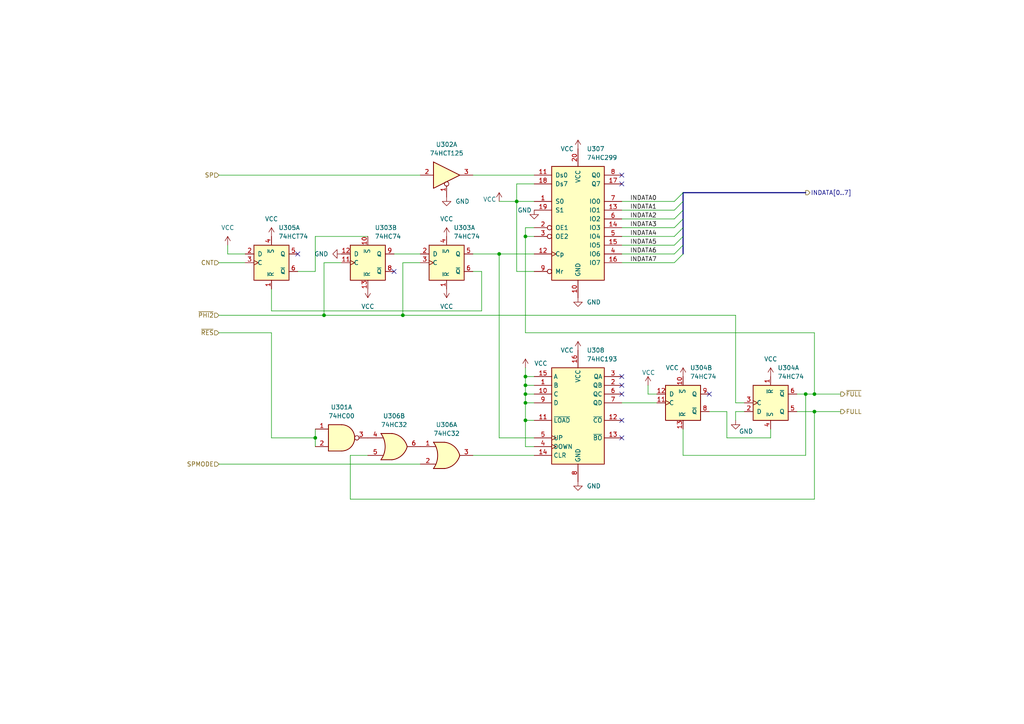
<source format=kicad_sch>
(kicad_sch (version 20211123) (generator eeschema)
  (paper "A4")
  (title_block (title "74HCT6526 Board 3") (date "2023-03-25") (rev "0.2.1") (company "Daniel Molina") (comment 1 "https://github.com/dmolinagarcia/74HCT6526"))
  (lib_symbols
    (symbol "74xx:74HC00" (pin_names (offset 1.016))
      (property "Reference" "U" (at 0 1.27 0))
      (property "Value" "74HC00" (at 0 -1.27 0))
      (symbol "74HC00_1_1"
        (arc (start 0 -3.81) (mid 3.81 0) (end 0 3.81) (stroke (width 0.254)) (fill (type background)))
        (polyline (pts (xy 0 3.81) (xy -3.81 3.81) (xy -3.81 -3.81) (xy 0 -3.81)) (stroke (width 0.254)) (fill (type background)))
        (pin input line (at -7.62 2.54 0) (length 3.81) (name "~") (number "1"))
        (pin input line (at -7.62 -2.54 0) (length 3.81) (name "~") (number "2"))
        (pin output inverted (at 7.62 0 180) (length 3.81) (name "~") (number "3"))
      )
      (symbol "74HC00_1_2"
        (arc (start -3.81 -3.81) (mid -2.589 0) (end -3.81 3.81) (stroke (width 0.254)))
        (arc (start -0.6096 -3.81) (mid 2.1842 -2.5851) (end 3.81 0) (stroke (width 0.254)) (fill (type background)))
        (polyline (pts (xy -3.81 -3.81) (xy -0.635 -3.81)) (stroke (width 0.254)) (fill (type background)))
        (polyline (pts (xy -3.81 3.81) (xy -0.635 3.81)) (stroke (width 0.254)) (fill (type background)))
        (polyline (pts (xy -0.635 3.81) (xy -3.81 3.81) (xy -3.81 3.81) (xy -3.556 3.4036) (xy -3.0226 2.2606) (xy -2.6924 1.0414) (xy -2.6162 -0.254) (xy -2.7686 -1.4986) (xy -3.175 -2.7178) (xy -3.81 -3.81) (xy -3.81 -3.81) (xy -0.635 -3.81)) (stroke (width -25.4)) (fill (type background)))
        (arc (start 3.81 0) (mid 2.1915 2.5936) (end -0.6096 3.81) (stroke (width 0.254)) (fill (type background)))
        (pin input inverted (at -7.62 2.54 0) (length 4.318) (name "~") (number "1"))
        (pin input inverted (at -7.62 -2.54 0) (length 4.318) (name "~") (number "2"))
        (pin output line (at 7.62 0 180) (length 3.81) (name "~") (number "3"))
      )
      (symbol "74HC00_2_1"
        (arc (start 0 -3.81) (mid 3.81 0) (end 0 3.81) (stroke (width 0.254)) (fill (type background)))
        (polyline (pts (xy 0 3.81) (xy -3.81 3.81) (xy -3.81 -3.81) (xy 0 -3.81)) (stroke (width 0.254)) (fill (type background)))
        (pin input line (at -7.62 2.54 0) (length 3.81) (name "~") (number "4"))
        (pin input line (at -7.62 -2.54 0) (length 3.81) (name "~") (number "5"))
        (pin output inverted (at 7.62 0 180) (length 3.81) (name "~") (number "6"))
      )
      (symbol "74HC00_2_2"
        (arc (start -3.81 -3.81) (mid -2.589 0) (end -3.81 3.81) (stroke (width 0.254)))
        (arc (start -0.6096 -3.81) (mid 2.1842 -2.5851) (end 3.81 0) (stroke (width 0.254)) (fill (type background)))
        (polyline (pts (xy -3.81 -3.81) (xy -0.635 -3.81)) (stroke (width 0.254)) (fill (type background)))
        (polyline (pts (xy -3.81 3.81) (xy -0.635 3.81)) (stroke (width 0.254)) (fill (type background)))
        (polyline (pts (xy -0.635 3.81) (xy -3.81 3.81) (xy -3.81 3.81) (xy -3.556 3.4036) (xy -3.0226 2.2606) (xy -2.6924 1.0414) (xy -2.6162 -0.254) (xy -2.7686 -1.4986) (xy -3.175 -2.7178) (xy -3.81 -3.81) (xy -3.81 -3.81) (xy -0.635 -3.81)) (stroke (width -25.4)) (fill (type background)))
        (arc (start 3.81 0) (mid 2.1915 2.5936) (end -0.6096 3.81) (stroke (width 0.254)) (fill (type background)))
        (pin input inverted (at -7.62 2.54 0) (length 4.318) (name "~") (number "4"))
        (pin input inverted (at -7.62 -2.54 0) (length 4.318) (name "~") (number "5"))
        (pin output line (at 7.62 0 180) (length 3.81) (name "~") (number "6"))
      )
      (symbol "74HC00_3_1"
        (arc (start 0 -3.81) (mid 3.81 0) (end 0 3.81) (stroke (width 0.254)) (fill (type background)))
        (polyline (pts (xy 0 3.81) (xy -3.81 3.81) (xy -3.81 -3.81) (xy 0 -3.81)) (stroke (width 0.254)) (fill (type background)))
        (pin input line (at -7.62 -2.54 0) (length 3.81) (name "~") (number "10"))
        (pin output inverted (at 7.62 0 180) (length 3.81) (name "~") (number "8"))
        (pin input line (at -7.62 2.54 0) (length 3.81) (name "~") (number "9"))
      )
      (symbol "74HC00_3_2"
        (arc (start -3.81 -3.81) (mid -2.589 0) (end -3.81 3.81) (stroke (width 0.254)))
        (arc (start -0.6096 -3.81) (mid 2.1842 -2.5851) (end 3.81 0) (stroke (width 0.254)) (fill (type background)))
        (polyline (pts (xy -3.81 -3.81) (xy -0.635 -3.81)) (stroke (width 0.254)) (fill (type background)))
        (polyline (pts (xy -3.81 3.81) (xy -0.635 3.81)) (stroke (width 0.254)) (fill (type background)))
        (polyline (pts (xy -0.635 3.81) (xy -3.81 3.81) (xy -3.81 3.81) (xy -3.556 3.4036) (xy -3.0226 2.2606) (xy -2.6924 1.0414) (xy -2.6162 -0.254) (xy -2.7686 -1.4986) (xy -3.175 -2.7178) (xy -3.81 -3.81) (xy -3.81 -3.81) (xy -0.635 -3.81)) (stroke (width -25.4)) (fill (type background)))
        (arc (start 3.81 0) (mid 2.1915 2.5936) (end -0.6096 3.81) (stroke (width 0.254)) (fill (type background)))
        (pin input inverted (at -7.62 -2.54 0) (length 4.318) (name "~") (number "10"))
        (pin output line (at 7.62 0 180) (length 3.81) (name "~") (number "8"))
        (pin input inverted (at -7.62 2.54 0) (length 4.318) (name "~") (number "9"))
      )
      (symbol "74HC00_4_1"
        (arc (start 0 -3.81) (mid 3.81 0) (end 0 3.81) (stroke (width 0.254)) (fill (type background)))
        (polyline (pts (xy 0 3.81) (xy -3.81 3.81) (xy -3.81 -3.81) (xy 0 -3.81)) (stroke (width 0.254)) (fill (type background)))
        (pin output inverted (at 7.62 0 180) (length 3.81) (name "~") (number "11"))
        (pin input line (at -7.62 2.54 0) (length 3.81) (name "~") (number "12"))
        (pin input line (at -7.62 -2.54 0) (length 3.81) (name "~") (number "13"))
      )
      (symbol "74HC00_4_2"
        (arc (start -3.81 -3.81) (mid -2.589 0) (end -3.81 3.81) (stroke (width 0.254)))
        (arc (start -0.6096 -3.81) (mid 2.1842 -2.5851) (end 3.81 0) (stroke (width 0.254)) (fill (type background)))
        (polyline (pts (xy -3.81 -3.81) (xy -0.635 -3.81)) (stroke (width 0.254)) (fill (type background)))
        (polyline (pts (xy -3.81 3.81) (xy -0.635 3.81)) (stroke (width 0.254)) (fill (type background)))
        (polyline (pts (xy -0.635 3.81) (xy -3.81 3.81) (xy -3.81 3.81) (xy -3.556 3.4036) (xy -3.0226 2.2606) (xy -2.6924 1.0414) (xy -2.6162 -0.254) (xy -2.7686 -1.4986) (xy -3.175 -2.7178) (xy -3.81 -3.81) (xy -3.81 -3.81) (xy -0.635 -3.81)) (stroke (width -25.4)) (fill (type background)))
        (arc (start 3.81 0) (mid 2.1915 2.5936) (end -0.6096 3.81) (stroke (width 0.254)) (fill (type background)))
        (pin output line (at 7.62 0 180) (length 3.81) (name "~") (number "11"))
        (pin input inverted (at -7.62 2.54 0) (length 4.318) (name "~") (number "12"))
        (pin input inverted (at -7.62 -2.54 0) (length 4.318) (name "~") (number "13"))
      )
      (symbol "74HC00_5_0"
        (pin power_in line (at 0 12.7 270) (length 5.08) (name "VCC") (number "14"))
        (pin power_in line (at 0 -12.7 90) (length 5.08) (name "GND") (number "7"))
      )
      (symbol "74HC00_5_1"
        (rectangle (start -5.08 7.62) (end 5.08 -7.62) (stroke (width 0.254)) (fill (type background)))
      )
    )
    (symbol "74xx:74HC74" (pin_names (offset 1.016))
      (property "Reference" "U" (at -7.62 8.89 0))
      (property "Value" "74HC74" (at -7.62 -8.89 0))
      (symbol "74HC74_1_0"
        (pin input line (at 0 -7.62 90) (length 2.54) (name "~{R}") (number "1"))
        (pin input line (at -7.62 2.54 0) (length 2.54) (name "D") (number "2"))
        (pin input clock (at -7.62 0 0) (length 2.54) (name "C") (number "3"))
        (pin input line (at 0 7.62 270) (length 2.54) (name "~{S}") (number "4"))
        (pin output line (at 7.62 2.54 180) (length 2.54) (name "Q") (number "5"))
        (pin output line (at 7.62 -2.54 180) (length 2.54) (name "~{Q}") (number "6"))
      )
      (symbol "74HC74_1_1"
        (rectangle (start -5.08 5.08) (end 5.08 -5.08) (stroke (width 0.254)) (fill (type background)))
      )
      (symbol "74HC74_2_0"
        (pin input line (at 0 7.62 270) (length 2.54) (name "~{S}") (number "10"))
        (pin input clock (at -7.62 0 0) (length 2.54) (name "C") (number "11"))
        (pin input line (at -7.62 2.54 0) (length 2.54) (name "D") (number "12"))
        (pin input line (at 0 -7.62 90) (length 2.54) (name "~{R}") (number "13"))
        (pin output line (at 7.62 -2.54 180) (length 2.54) (name "~{Q}") (number "8"))
        (pin output line (at 7.62 2.54 180) (length 2.54) (name "Q") (number "9"))
      )
      (symbol "74HC74_2_1"
        (rectangle (start -5.08 5.08) (end 5.08 -5.08) (stroke (width 0.254)) (fill (type background)))
      )
      (symbol "74HC74_3_0"
        (pin power_in line (at 0 10.16 270) (length 2.54) (name "VCC") (number "14"))
        (pin power_in line (at 0 -10.16 90) (length 2.54) (name "GND") (number "7"))
      )
      (symbol "74HC74_3_1"
        (rectangle (start -5.08 7.62) (end 5.08 -7.62) (stroke (width 0.254)) (fill (type background)))
      )
    )
    (symbol "74xx:74LS125" (pin_names (offset 1.016))
      (property "Reference" "U" (at 0 1.27 0))
      (property "Value" "74LS125" (at 0 -1.27 0))
      (symbol "74LS125_1_0"
        (polyline (pts (xy -3.81 3.81) (xy -3.81 -3.81) (xy 3.81 0) (xy -3.81 3.81)) (stroke (width 0.254)) (fill (type background)))
        (pin input inverted (at 0 -6.35 90) (length 4.445) (name "~") (number "1"))
        (pin input line (at -7.62 0 0) (length 3.81) (name "~") (number "2"))
        (pin tri_state line (at 7.62 0 180) (length 3.81) (name "~") (number "3"))
      )
      (symbol "74LS125_2_0"
        (polyline (pts (xy -3.81 3.81) (xy -3.81 -3.81) (xy 3.81 0) (xy -3.81 3.81)) (stroke (width 0.254)) (fill (type background)))
        (pin input inverted (at 0 -6.35 90) (length 4.445) (name "~") (number "4"))
        (pin input line (at -7.62 0 0) (length 3.81) (name "~") (number "5"))
        (pin tri_state line (at 7.62 0 180) (length 3.81) (name "~") (number "6"))
      )
      (symbol "74LS125_3_0"
        (polyline (pts (xy -3.81 3.81) (xy -3.81 -3.81) (xy 3.81 0) (xy -3.81 3.81)) (stroke (width 0.254)) (fill (type background)))
        (pin input inverted (at 0 -6.35 90) (length 4.445) (name "~") (number "10"))
        (pin tri_state line (at 7.62 0 180) (length 3.81) (name "~") (number "8"))
        (pin input line (at -7.62 0 0) (length 3.81) (name "~") (number "9"))
      )
      (symbol "74LS125_4_0"
        (polyline (pts (xy -3.81 3.81) (xy -3.81 -3.81) (xy 3.81 0) (xy -3.81 3.81)) (stroke (width 0.254)) (fill (type background)))
        (pin tri_state line (at 7.62 0 180) (length 3.81) (name "~") (number "11"))
        (pin input line (at -7.62 0 0) (length 3.81) (name "~") (number "12"))
        (pin input inverted (at 0 -6.35 90) (length 4.445) (name "~") (number "13"))
      )
      (symbol "74LS125_5_0"
        (pin power_in line (at 0 12.7 270) (length 5.08) (name "VCC") (number "14"))
        (pin power_in line (at 0 -12.7 90) (length 5.08) (name "GND") (number "7"))
      )
      (symbol "74LS125_5_1"
        (rectangle (start -5.08 7.62) (end 5.08 -7.62) (stroke (width 0.254)) (fill (type background)))
      )
    )
    (symbol "74xx:74LS193"
      (property "Reference" "U" (at -7.62 13.97 0))
      (property "Value" "74LS193" (at 5.08 13.97 0))
      (symbol "74LS193_1_0"
        (pin input line (at -12.7 7.62 0) (length 5.08) (name "B") (number "1"))
        (pin input line (at -12.7 5.08 0) (length 5.08) (name "C") (number "10"))
        (pin input line (at -12.7 -2.54 0) (length 5.08) (name "~{LOAD}") (number "11"))
        (pin output line (at 12.7 -2.54 180) (length 5.08) (name "~{CO}") (number "12"))
        (pin output line (at 12.7 -7.62 180) (length 5.08) (name "~{BO}") (number "13"))
        (pin input line (at -12.7 -12.7 0) (length 5.08) (name "CLR") (number "14"))
        (pin input line (at -12.7 10.16 0) (length 5.08) (name "A") (number "15"))
        (pin power_in line (at 0 17.78 270) (length 5.08) (name "VCC") (number "16"))
        (pin output line (at 12.7 7.62 180) (length 5.08) (name "QB") (number "2"))
        (pin output line (at 12.7 10.16 180) (length 5.08) (name "QA") (number "3"))
        (pin input clock (at -12.7 -10.16 0) (length 5.08) (name "DOWN") (number "4"))
        (pin input clock (at -12.7 -7.62 0) (length 5.08) (name "UP") (number "5"))
        (pin output line (at 12.7 5.08 180) (length 5.08) (name "QC") (number "6"))
        (pin output line (at 12.7 2.54 180) (length 5.08) (name "QD") (number "7"))
        (pin power_in line (at 0 -20.32 90) (length 5.08) (name "GND") (number "8"))
        (pin input line (at -12.7 2.54 0) (length 5.08) (name "D") (number "9"))
      )
      (symbol "74LS193_1_1"
        (rectangle (start -7.62 12.7) (end 7.62 -15.24) (stroke (width 0.254)) (fill (type background)))
      )
    )
    (symbol "74xx:74LS299" (pin_names (offset 1.016))
      (property "Reference" "U" (at -7.62 16.51 0))
      (property "Value" "74LS299" (at -7.62 -19.05 0))
      (symbol "74LS299_1_0"
        (pin input line (at -12.7 5.08 0) (length 5.08) (name "S0") (number "1"))
        (pin power_in line (at 0 -22.86 90) (length 5.08) (name "GND") (number "10"))
        (pin input line (at -12.7 12.7 0) (length 5.08) (name "Ds0") (number "11"))
        (pin input clock (at -12.7 -10.16 0) (length 5.08) (name "Cp") (number "12"))
        (pin tri_state line (at 12.7 2.54 180) (length 5.08) (name "IO1") (number "13"))
        (pin tri_state line (at 12.7 -2.54 180) (length 5.08) (name "IO3") (number "14"))
        (pin tri_state line (at 12.7 -7.62 180) (length 5.08) (name "IO5") (number "15"))
        (pin tri_state line (at 12.7 -12.7 180) (length 5.08) (name "IO7") (number "16"))
        (pin output line (at 12.7 10.16 180) (length 5.08) (name "Q7") (number "17"))
        (pin input line (at -12.7 10.16 0) (length 5.08) (name "Ds7") (number "18"))
        (pin input line (at -12.7 2.54 0) (length 5.08) (name "S1") (number "19"))
        (pin input inverted (at -12.7 -2.54 0) (length 5.08) (name "OE1") (number "2"))
        (pin power_in line (at 0 20.32 270) (length 5.08) (name "VCC") (number "20"))
        (pin input inverted (at -12.7 -5.08 0) (length 5.08) (name "OE2") (number "3"))
        (pin tri_state line (at 12.7 -10.16 180) (length 5.08) (name "IO6") (number "4"))
        (pin tri_state line (at 12.7 -5.08 180) (length 5.08) (name "IO4") (number "5"))
        (pin tri_state line (at 12.7 0 180) (length 5.08) (name "IO2") (number "6"))
        (pin tri_state line (at 12.7 5.08 180) (length 5.08) (name "IO0") (number "7"))
        (pin output line (at 12.7 12.7 180) (length 5.08) (name "Q0") (number "8"))
        (pin input inverted (at -12.7 -15.24 0) (length 5.08) (name "Mr") (number "9"))
      )
      (symbol "74LS299_1_1"
        (rectangle (start -7.62 15.24) (end 7.62 -17.78) (stroke (width 0.254)) (fill (type background)))
      )
    )
    (symbol "74xx:74LS32" (pin_names (offset 1.016))
      (property "Reference" "U" (at 0 1.27 0))
      (property "Value" "74LS32" (at 0 -1.27 0))
      (symbol "74LS32_1_1"
        (arc (start -3.81 -3.81) (mid -2.589 0) (end -3.81 3.81) (stroke (width 0.254)))
        (arc (start -0.6096 -3.81) (mid 2.1842 -2.5851) (end 3.81 0) (stroke (width 0.254)) (fill (type background)))
        (polyline (pts (xy -3.81 -3.81) (xy -0.635 -3.81)) (stroke (width 0.254)) (fill (type background)))
        (polyline (pts (xy -3.81 3.81) (xy -0.635 3.81)) (stroke (width 0.254)) (fill (type background)))
        (polyline (pts (xy -0.635 3.81) (xy -3.81 3.81) (xy -3.81 3.81) (xy -3.556 3.4036) (xy -3.0226 2.2606) (xy -2.6924 1.0414) (xy -2.6162 -0.254) (xy -2.7686 -1.4986) (xy -3.175 -2.7178) (xy -3.81 -3.81) (xy -3.81 -3.81) (xy -0.635 -3.81)) (stroke (width -25.4)) (fill (type background)))
        (arc (start 3.81 0) (mid 2.1915 2.5936) (end -0.6096 3.81) (stroke (width 0.254)) (fill (type background)))
        (pin input line (at -7.62 2.54 0) (length 4.318) (name "~") (number "1"))
        (pin input line (at -7.62 -2.54 0) (length 4.318) (name "~") (number "2"))
        (pin output line (at 7.62 0 180) (length 3.81) (name "~") (number "3"))
      )
      (symbol "74LS32_1_2"
        (arc (start 0 -3.81) (mid 3.81 0) (end 0 3.81) (stroke (width 0.254)) (fill (type background)))
        (polyline (pts (xy 0 3.81) (xy -3.81 3.81) (xy -3.81 -3.81) (xy 0 -3.81)) (stroke (width 0.254)) (fill (type background)))
        (pin input inverted (at -7.62 2.54 0) (length 3.81) (name "~") (number "1"))
        (pin input inverted (at -7.62 -2.54 0) (length 3.81) (name "~") (number "2"))
        (pin output inverted (at 7.62 0 180) (length 3.81) (name "~") (number "3"))
      )
      (symbol "74LS32_2_1"
        (arc (start -3.81 -3.81) (mid -2.589 0) (end -3.81 3.81) (stroke (width 0.254)))
        (arc (start -0.6096 -3.81) (mid 2.1842 -2.5851) (end 3.81 0) (stroke (width 0.254)) (fill (type background)))
        (polyline (pts (xy -3.81 -3.81) (xy -0.635 -3.81)) (stroke (width 0.254)) (fill (type background)))
        (polyline (pts (xy -3.81 3.81) (xy -0.635 3.81)) (stroke (width 0.254)) (fill (type background)))
        (polyline (pts (xy -0.635 3.81) (xy -3.81 3.81) (xy -3.81 3.81) (xy -3.556 3.4036) (xy -3.0226 2.2606) (xy -2.6924 1.0414) (xy -2.6162 -0.254) (xy -2.7686 -1.4986) (xy -3.175 -2.7178) (xy -3.81 -3.81) (xy -3.81 -3.81) (xy -0.635 -3.81)) (stroke (width -25.4)) (fill (type background)))
        (arc (start 3.81 0) (mid 2.1915 2.5936) (end -0.6096 3.81) (stroke (width 0.254)) (fill (type background)))
        (pin input line (at -7.62 2.54 0) (length 4.318) (name "~") (number "4"))
        (pin input line (at -7.62 -2.54 0) (length 4.318) (name "~") (number "5"))
        (pin output line (at 7.62 0 180) (length 3.81) (name "~") (number "6"))
      )
      (symbol "74LS32_2_2"
        (arc (start 0 -3.81) (mid 3.81 0) (end 0 3.81) (stroke (width 0.254)) (fill (type background)))
        (polyline (pts (xy 0 3.81) (xy -3.81 3.81) (xy -3.81 -3.81) (xy 0 -3.81)) (stroke (width 0.254)) (fill (type background)))
        (pin input inverted (at -7.62 2.54 0) (length 3.81) (name "~") (number "4"))
        (pin input inverted (at -7.62 -2.54 0) (length 3.81) (name "~") (number "5"))
        (pin output inverted (at 7.62 0 180) (length 3.81) (name "~") (number "6"))
      )
      (symbol "74LS32_3_1"
        (arc (start -3.81 -3.81) (mid -2.589 0) (end -3.81 3.81) (stroke (width 0.254)))
        (arc (start -0.6096 -3.81) (mid 2.1842 -2.5851) (end 3.81 0) (stroke (width 0.254)) (fill (type background)))
        (polyline (pts (xy -3.81 -3.81) (xy -0.635 -3.81)) (stroke (width 0.254)) (fill (type background)))
        (polyline (pts (xy -3.81 3.81) (xy -0.635 3.81)) (stroke (width 0.254)) (fill (type background)))
        (polyline (pts (xy -0.635 3.81) (xy -3.81 3.81) (xy -3.81 3.81) (xy -3.556 3.4036) (xy -3.0226 2.2606) (xy -2.6924 1.0414) (xy -2.6162 -0.254) (xy -2.7686 -1.4986) (xy -3.175 -2.7178) (xy -3.81 -3.81) (xy -3.81 -3.81) (xy -0.635 -3.81)) (stroke (width -25.4)) (fill (type background)))
        (arc (start 3.81 0) (mid 2.1915 2.5936) (end -0.6096 3.81) (stroke (width 0.254)) (fill (type background)))
        (pin input line (at -7.62 -2.54 0) (length 4.318) (name "~") (number "10"))
        (pin output line (at 7.62 0 180) (length 3.81) (name "~") (number "8"))
        (pin input line (at -7.62 2.54 0) (length 4.318) (name "~") (number "9"))
      )
      (symbol "74LS32_3_2"
        (arc (start 0 -3.81) (mid 3.81 0) (end 0 3.81) (stroke (width 0.254)) (fill (type background)))
        (polyline (pts (xy 0 3.81) (xy -3.81 3.81) (xy -3.81 -3.81) (xy 0 -3.81)) (stroke (width 0.254)) (fill (type background)))
        (pin input inverted (at -7.62 -2.54 0) (length 3.81) (name "~") (number "10"))
        (pin output inverted (at 7.62 0 180) (length 3.81) (name "~") (number "8"))
        (pin input inverted (at -7.62 2.54 0) (length 3.81) (name "~") (number "9"))
      )
      (symbol "74LS32_4_1"
        (arc (start -3.81 -3.81) (mid -2.589 0) (end -3.81 3.81) (stroke (width 0.254)))
        (arc (start -0.6096 -3.81) (mid 2.1842 -2.5851) (end 3.81 0) (stroke (width 0.254)) (fill (type background)))
        (polyline (pts (xy -3.81 -3.81) (xy -0.635 -3.81)) (stroke (width 0.254)) (fill (type background)))
        (polyline (pts (xy -3.81 3.81) (xy -0.635 3.81)) (stroke (width 0.254)) (fill (type background)))
        (polyline (pts (xy -0.635 3.81) (xy -3.81 3.81) (xy -3.81 3.81) (xy -3.556 3.4036) (xy -3.0226 2.2606) (xy -2.6924 1.0414) (xy -2.6162 -0.254) (xy -2.7686 -1.4986) (xy -3.175 -2.7178) (xy -3.81 -3.81) (xy -3.81 -3.81) (xy -0.635 -3.81)) (stroke (width -25.4)) (fill (type background)))
        (arc (start 3.81 0) (mid 2.1915 2.5936) (end -0.6096 3.81) (stroke (width 0.254)) (fill (type background)))
        (pin output line (at 7.62 0 180) (length 3.81) (name "~") (number "11"))
        (pin input line (at -7.62 2.54 0) (length 4.318) (name "~") (number "12"))
        (pin input line (at -7.62 -2.54 0) (length 4.318) (name "~") (number "13"))
      )
      (symbol "74LS32_4_2"
        (arc (start 0 -3.81) (mid 3.81 0) (end 0 3.81) (stroke (width 0.254)) (fill (type background)))
        (polyline (pts (xy 0 3.81) (xy -3.81 3.81) (xy -3.81 -3.81) (xy 0 -3.81)) (stroke (width 0.254)) (fill (type background)))
        (pin output inverted (at 7.62 0 180) (length 3.81) (name "~") (number "11"))
        (pin input inverted (at -7.62 2.54 0) (length 3.81) (name "~") (number "12"))
        (pin input inverted (at -7.62 -2.54 0) (length 3.81) (name "~") (number "13"))
      )
      (symbol "74LS32_5_0"
        (pin power_in line (at 0 12.7 270) (length 5.08) (name "VCC") (number "14"))
        (pin power_in line (at 0 -12.7 90) (length 5.08) (name "GND") (number "7"))
      )
      (symbol "74LS32_5_1"
        (rectangle (start -5.08 7.62) (end 5.08 -7.62) (stroke (width 0.254)) (fill (type background)))
      )
    )
    (symbol "power:GND" (power) (pin_names (offset 0))
      (property "Value" "GND" (at 0 -3.81 0))
      (symbol "GND_0_1"
        (polyline (pts (xy 0 0) (xy 0 -1.27) (xy 1.27 -1.27) (xy 0 -2.54) (xy -1.27 -1.27) (xy 0 -1.27)))
      )
      (symbol "GND_1_1"
        (pin power_in line (at 0 0 270) (length 0) hide (name "GND") (number "1"))
      )
    )
    (symbol "power:VCC" (power) (pin_names (offset 0))
      (property "Value" "VCC" (at 0 3.81 0))
      (symbol "VCC_0_1"
        (polyline (pts (xy -0.762 1.27) (xy 0 2.54)))
        (polyline (pts (xy 0 0) (xy 0 2.54)))
        (polyline (pts (xy 0 2.54) (xy 0.762 1.27)))
      )
      (symbol "VCC_1_1"
        (pin power_in line (at 0 0 90) (length 0) hide (name "VCC") (number "1"))
      )
    )
  )
  (junction (at 236.22 114.3))
  (junction (at 116.84 91.44))
  (junction (at 152.4 109.22))
  (junction (at 144.78 73.66))
  (junction (at 152.4 121.92))
  (junction (at 93.98 91.44))
  (junction (at 233.68 114.3))
  (junction (at 149.86 58.42))
  (junction (at 236.22 119.38))
  (junction (at 152.4 111.76))
  (junction (at 91.44 127))
  (junction (at 152.4 114.3))
  (junction (at 152.4 68.58))
  (junction (at 152.4 116.84))
  (no_connect (at 180.34 121.92))
  (no_connect (at 180.34 127))
  (no_connect (at 114.3 78.74))
  (no_connect (at 86.36 73.66))
  (no_connect (at 205.74 114.3))
  (no_connect (at 180.34 53.34))
  (no_connect (at 180.34 50.8))
  (no_connect (at 180.34 114.3))
  (no_connect (at 180.34 111.76))
  (no_connect (at 180.34 109.22))
  (bus_entry (at 195.58 63.5) (size 2.54 -2.54))
  (bus_entry (at 195.58 76.2) (size 2.54 -2.54))
  (bus_entry (at 195.58 73.66) (size 2.54 -2.54))
  (bus_entry (at 195.58 68.58) (size 2.54 -2.54))
  (bus_entry (at 195.58 71.12) (size 2.54 -2.54))
  (bus_entry (at 195.58 66.04) (size 2.54 -2.54))
  (bus_entry (at 195.58 58.42) (size 2.54 -2.54))
  (bus_entry (at 195.58 60.96) (size 2.54 -2.54))
  (bus (pts (xy 198.12 71.12) (xy 198.12 73.66)))
  (wire (pts (xy 152.4 114.3) (xy 154.94 114.3)))
  (wire (pts (xy 213.36 116.84) (xy 215.9 116.84)))
  (wire (pts (xy 213.36 91.44) (xy 213.36 116.84)))
  (wire (pts (xy 152.4 66.04) (xy 152.4 68.58)))
  (wire (pts (xy 210.82 127) (xy 223.52 127)))
  (wire (pts (xy 91.44 68.58) (xy 106.68 68.58)))
  (wire (pts (xy 144.78 58.42) (xy 149.86 58.42)))
  (wire (pts (xy 180.34 58.42) (xy 195.58 58.42)))
  (wire (pts (xy 63.5 50.8) (xy 121.92 50.8)))
  (wire (pts (xy 233.68 114.3) (xy 236.22 114.3)))
  (wire (pts (xy 93.98 91.44) (xy 93.98 76.2)))
  (wire (pts (xy 78.74 83.82) (xy 78.74 90.17)))
  (wire (pts (xy 236.22 119.38) (xy 243.84 119.38)))
  (wire (pts (xy 231.14 114.3) (xy 233.68 114.3)))
  (wire (pts (xy 152.4 116.84) (xy 152.4 121.92)))
  (wire (pts (xy 213.36 119.38) (xy 215.9 119.38)))
  (wire (pts (xy 91.44 78.74) (xy 91.44 68.58)))
  (wire (pts (xy 78.74 90.17) (xy 139.7 90.17)))
  (wire (pts (xy 152.4 68.58) (xy 154.94 68.58)))
  (bus (pts (xy 198.12 55.88) (xy 198.12 58.42)))
  (wire (pts (xy 180.34 116.84) (xy 190.5 116.84)))
  (wire (pts (xy 152.4 106.68) (xy 152.4 109.22)))
  (wire (pts (xy 91.44 124.46) (xy 91.44 127)))
  (wire (pts (xy 210.82 119.38) (xy 210.82 127)))
  (wire (pts (xy 137.16 132.08) (xy 154.94 132.08)))
  (wire (pts (xy 154.94 66.04) (xy 152.4 66.04)))
  (bus (pts (xy 198.12 68.58) (xy 198.12 71.12)))
  (wire (pts (xy 180.34 66.04) (xy 195.58 66.04)))
  (wire (pts (xy 149.86 53.34) (xy 154.94 53.34)))
  (wire (pts (xy 205.74 119.38) (xy 210.82 119.38)))
  (wire (pts (xy 180.34 60.96) (xy 195.58 60.96)))
  (wire (pts (xy 180.34 63.5) (xy 195.58 63.5)))
  (wire (pts (xy 152.4 111.76) (xy 152.4 114.3)))
  (wire (pts (xy 63.5 134.62) (xy 121.92 134.62)))
  (wire (pts (xy 236.22 96.52) (xy 236.22 114.3)))
  (wire (pts (xy 154.94 129.54) (xy 152.4 129.54)))
  (wire (pts (xy 137.16 73.66) (xy 144.78 73.66)))
  (wire (pts (xy 106.68 132.08) (xy 101.6 132.08)))
  (bus (pts (xy 198.12 58.42) (xy 198.12 60.96)))
  (wire (pts (xy 63.5 91.44) (xy 93.98 91.44)))
  (wire (pts (xy 137.16 50.8) (xy 154.94 50.8)))
  (wire (pts (xy 116.84 91.44) (xy 116.84 76.2)))
  (wire (pts (xy 187.96 111.76) (xy 187.96 114.3)))
  (wire (pts (xy 152.4 109.22) (xy 154.94 109.22)))
  (wire (pts (xy 149.86 58.42) (xy 154.94 58.42)))
  (wire (pts (xy 152.4 96.52) (xy 236.22 96.52)))
  (wire (pts (xy 152.4 68.58) (xy 152.4 96.52)))
  (wire (pts (xy 91.44 127) (xy 78.74 127)))
  (wire (pts (xy 63.5 96.52) (xy 78.74 96.52)))
  (bus (pts (xy 198.12 66.04) (xy 198.12 68.58)))
  (wire (pts (xy 93.98 91.44) (xy 116.84 91.44)))
  (bus (pts (xy 198.12 60.96) (xy 198.12 63.5)))
  (wire (pts (xy 152.4 114.3) (xy 152.4 116.84)))
  (wire (pts (xy 180.34 68.58) (xy 195.58 68.58)))
  (wire (pts (xy 180.34 76.2) (xy 195.58 76.2)))
  (wire (pts (xy 137.16 78.74) (xy 139.7 78.74)))
  (wire (pts (xy 63.5 76.2) (xy 71.12 76.2)))
  (wire (pts (xy 223.52 127) (xy 223.52 124.46)))
  (wire (pts (xy 78.74 127) (xy 78.74 96.52)))
  (wire (pts (xy 231.14 119.38) (xy 236.22 119.38)))
  (wire (pts (xy 66.04 71.12) (xy 66.04 73.66)))
  (wire (pts (xy 116.84 91.44) (xy 213.36 91.44)))
  (wire (pts (xy 93.98 76.2) (xy 99.06 76.2)))
  (wire (pts (xy 213.36 121.92) (xy 213.36 119.38)))
  (bus (pts (xy 233.68 55.88) (xy 198.12 55.88)))
  (bus (pts (xy 198.12 63.5) (xy 198.12 66.04)))
  (wire (pts (xy 152.4 129.54) (xy 152.4 121.92)))
  (wire (pts (xy 180.34 71.12) (xy 195.58 71.12)))
  (wire (pts (xy 149.86 78.74) (xy 149.86 58.42)))
  (wire (pts (xy 149.86 78.74) (xy 154.94 78.74)))
  (wire (pts (xy 236.22 119.38) (xy 236.22 144.78)))
  (wire (pts (xy 180.34 73.66) (xy 195.58 73.66)))
  (wire (pts (xy 139.7 78.74) (xy 139.7 90.17)))
  (wire (pts (xy 91.44 127) (xy 91.44 129.54)))
  (wire (pts (xy 233.68 132.08) (xy 233.68 114.3)))
  (wire (pts (xy 86.36 78.74) (xy 91.44 78.74)))
  (wire (pts (xy 154.94 127) (xy 144.78 127)))
  (wire (pts (xy 152.4 121.92) (xy 154.94 121.92)))
  (wire (pts (xy 144.78 127) (xy 144.78 73.66)))
  (wire (pts (xy 101.6 132.08) (xy 101.6 144.78)))
  (wire (pts (xy 198.12 132.08) (xy 233.68 132.08)))
  (wire (pts (xy 116.84 76.2) (xy 121.92 76.2)))
  (wire (pts (xy 152.4 111.76) (xy 154.94 111.76)))
  (wire (pts (xy 187.96 114.3) (xy 190.5 114.3)))
  (wire (pts (xy 149.86 58.42) (xy 149.86 53.34)))
  (wire (pts (xy 101.6 144.78) (xy 236.22 144.78)))
  (wire (pts (xy 198.12 124.46) (xy 198.12 132.08)))
  (wire (pts (xy 236.22 114.3) (xy 243.84 114.3)))
  (wire (pts (xy 144.78 73.66) (xy 154.94 73.66)))
  (wire (pts (xy 114.3 73.66) (xy 121.92 73.66)))
  (wire (pts (xy 66.04 73.66) (xy 71.12 73.66)))
  (wire (pts (xy 152.4 116.84) (xy 154.94 116.84)))
  (wire (pts (xy 152.4 109.22) (xy 152.4 111.76)))
  (label "INDATA2" (at 190.5 63.5 180))
  (label "INDATA3" (at 190.5 66.04 180))
  (label "INDATA5" (at 190.5 71.12 180))
  (label "INDATA1" (at 190.5 60.96 180))
  (label "INDATA0" (at 190.5 58.42 180))
  (label "INDATA7" (at 190.5 76.2 180))
  (label "INDATA4" (at 190.5 68.58 180))
  (label "INDATA6" (at 190.5 73.66 180))
  (hierarchical_label "CNT" (shape input) (at 63.5 76.2 180))
  (hierarchical_label "~{RES}" (shape input) (at 63.5 96.52 180))
  (hierarchical_label "~{PHI2}" (shape input) (at 63.5 91.44 180))
  (hierarchical_label "~{FULL}" (shape output) (at 243.84 114.3 0))
  (hierarchical_label "FULL" (shape output) (at 243.84 119.38 0))
  (hierarchical_label "SPMODE" (shape input) (at 63.5 134.62 180))
  (hierarchical_label "SP" (shape input) (at 63.5 50.8 180))
  (hierarchical_label "INDATA[0..7]" (shape output) (at 233.68 55.88 0))
  (symbol (lib_id "74xx:74HC74") (at 106.68 76.2 0) (unit 2)
    (property "Reference" "U303" (at 108.6994 66.04 0) (effects (justify left)))
    (property "Value" "74HC74" (at 108.6994 68.58 0) (effects (justify left)))
    (property "Footprint" "Package_SO:SO-14_3.9x8.65mm_P1.27mm" (effects hide))
    (property "Datasheet" "74xx/74hc_hct74.pdf" (effects hide))
  )
  (symbol (lib_id "74xx:74LS32") (at 129.54 132.08 0) (unit 1)
    (property "Reference" "U306" (at 129.54 123.19 0))
    (property "Value" "74HC32" (at 129.54 125.73 0))
    (property "Footprint" "Package_SO:SO-14_3.9x8.65mm_P1.27mm" (effects hide))
    (property "Datasheet" "http://www.ti.com/lit/gpn/sn74LS32" (effects hide))
  )
  (symbol (lib_id "74xx:74HC74") (at 129.54 76.2 0) (unit 1)
    (property "Reference" "U303" (at 131.5594 66.04 0) (effects (justify left)))
    (property "Value" "74HC74" (at 131.5594 68.58 0) (effects (justify left)))
    (property "Footprint" "Package_SO:SO-14_3.9x8.65mm_P1.27mm" (effects hide))
    (property "Datasheet" "74xx/74hc_hct74.pdf" (effects hide))
  )
  (symbol (lib_id "74xx:74HC74") (at 198.12 116.84 0) (unit 2)
    (property "Reference" "U304" (at 200.1394 106.68 0) (effects (justify left)))
    (property "Value" "74HC74" (at 200.1394 109.22 0) (effects (justify left)))
    (property "Footprint" "Package_SO:SO-14_3.9x8.65mm_P1.27mm" (effects hide))
    (property "Datasheet" "74xx/74hc_hct74.pdf" (effects hide))
  )
  (symbol (lib_id "power:GND") (at 167.64 139.7 0) (unit 1)
    (property "Reference" "#PWR0314" (effects hide))
    (property "Value" "GND" (at 170.18 140.9699 0) (effects (justify left)))
  )
  (symbol (lib_id "power:VCC") (at 144.78 58.42 0) (unit 1)
    (property "Reference" "#PWR0309" (effects hide))
    (property "Value" "VCC" (at 140.1011 57.8286 0) (effects (justify left)))
  )
  (symbol (lib_id "power:VCC") (at 78.74 68.58 0) (unit 1)
    (property "Reference" "#PWR0302" (effects hide))
    (property "Value" "VCC" (at 78.74 63.5 0))
  )
  (symbol (lib_id "power:GND") (at 213.36 121.92 0) (mirror y) (unit 1)
    (property "Reference" "#PWR0317" (effects hide))
    (property "Value" "GND" (at 214.3338 125.1114 0) (effects (justify right)))
  )
  (symbol (lib_id "74xx:74LS193") (at 167.64 119.38 0) (unit 1)
    (property "Reference" "U308" (at 170.18 101.6 0) (effects (justify left)))
    (property "Value" "74HC193" (at 170.18 104.14 0) (effects (justify left)))
    (property "Footprint" "Package_SO:SO-16_3.9x9.9mm_P1.27mm" (effects hide))
    (property "Datasheet" "http://www.ti.com/lit/ds/symlink/sn74ls193.pdf" (effects hide))
  )
  (symbol (lib_id "power:VCC") (at 66.04 71.12 0) (unit 1)
    (property "Reference" "#PWR0301" (effects hide))
    (property "Value" "VCC" (at 66.04 66.04 0))
  )
  (symbol (lib_id "74xx:74LS32") (at 114.3 129.54 0) (unit 2)
    (property "Reference" "U306" (at 114.3 120.65 0))
    (property "Value" "74HC32" (at 114.3 123.19 0))
    (property "Footprint" "Package_SO:SO-14_3.9x8.65mm_P1.27mm" (effects hide))
    (property "Datasheet" "http://www.ti.com/lit/gpn/sn74LS32" (effects hide))
  )
  (symbol (lib_id "74xx:74LS299") (at 167.64 63.5 0) (unit 1)
    (property "Reference" "U307" (at 170.18 43.18 0) (effects (justify left)))
    (property "Value" "74HC299" (at 170.18 45.72 0) (effects (justify left)))
    (property "Footprint" "Package_SO:SOIC-20W_7.5x12.8mm_P1.27mm" (effects hide))
    (property "Datasheet" "http://www.ti.com/lit/gpn/sn74LS299" (effects hide))
  )
  (symbol (lib_id "74xx:74LS125") (at 129.54 50.8 0) (unit 1)
    (property "Reference" "U302" (at 129.54 41.91 0))
    (property "Value" "74HCT125" (at 129.54 44.45 0))
    (property "Footprint" "Package_SO:SO-14_3.9x8.65mm_P1.27mm" (effects hide))
    (property "Datasheet" "http://www.ti.com/lit/gpn/sn74LS125" (effects hide))
  )
  (symbol (lib_id "power:GND") (at 129.54 57.15 0) (unit 1)
    (property "Reference" "#PWR0305" (effects hide))
    (property "Value" "GND" (at 132.08 58.4199 0) (effects (justify left)))
  )
  (symbol (lib_id "74xx:74HC74") (at 223.52 116.84 0) (mirror x) (unit 1)
    (property "Reference" "U304" (at 225.5394 106.68 0) (effects (justify left)))
    (property "Value" "74HC74" (at 225.5394 109.22 0) (effects (justify left)))
    (property "Footprint" "Package_SO:SO-14_3.9x8.65mm_P1.27mm" (effects hide))
    (property "Datasheet" "74xx/74hc_hct74.pdf" (effects hide))
  )
  (symbol (lib_id "power:VCC") (at 167.64 43.18 0) (unit 1)
    (property "Reference" "#PWR0311" (effects hide))
    (property "Value" "VCC" (at 162.56 43.18 0) (effects (justify left)))
  )
  (symbol (lib_id "power:GND") (at 167.64 86.36 0) (unit 1)
    (property "Reference" "#PWR0312" (effects hide))
    (property "Value" "GND" (at 170.18 87.6299 0) (effects (justify left)))
  )
  (symbol (lib_id "power:VCC") (at 223.52 109.22 0) (unit 1)
    (property "Reference" "#PWR0318" (effects hide))
    (property "Value" "VCC" (at 223.52 104.14 0))
  )
  (symbol (lib_id "74xx:74HC74") (at 78.74 76.2 0) (unit 1)
    (property "Reference" "U305" (at 80.7594 66.04 0) (effects (justify left)))
    (property "Value" "74HCT74" (at 80.7594 68.58 0) (effects (justify left)))
    (property "Footprint" "Package_SO:SO-14_3.9x8.65mm_P1.27mm" (effects hide))
    (property "Datasheet" "74xx/74hc_hct74.pdf" (effects hide))
  )
  (symbol (lib_id "power:VCC") (at 152.4 106.68 0) (unit 1)
    (property "Reference" "#PWR0308" (effects hide))
    (property "Value" "VCC" (at 154.94 105.4099 0) (effects (justify left)))
  )
  (symbol (lib_id "power:GND") (at 154.94 60.96 0) (unit 1)
    (property "Reference" "#PWR0310" (effects hide))
    (property "Value" "GND" (at 150.0957 60.9713 0) (effects (justify left)))
  )
  (symbol (lib_id "74xx:74HC00") (at 99.06 127 0) (unit 1)
    (property "Reference" "U301" (at 99.06 118.11 0))
    (property "Value" "74HC00" (at 99.06 120.65 0))
    (property "Footprint" "Package_SO:SO-14_3.9x8.65mm_P1.27mm" (effects hide))
    (property "Datasheet" "http://www.ti.com/lit/gpn/sn74hc00" (effects hide))
  )
  (symbol (lib_id "power:VCC") (at 167.64 101.6 0) (unit 1)
    (property "Reference" "#PWR0313" (effects hide))
    (property "Value" "VCC" (at 162.56 101.6 0) (effects (justify left)))
  )
  (symbol (lib_id "power:VCC") (at 129.54 68.58 0) (unit 1)
    (property "Reference" "#PWR0306" (effects hide))
    (property "Value" "VCC" (at 129.54 63.5 0))
  )
  (symbol (lib_id "power:GND") (at 99.06 73.66 270) (unit 1)
    (property "Reference" "#PWR0303" (effects hide))
    (property "Value" "GND" (at 95.25 73.6599 90) (effects (justify right)))
  )
  (symbol (lib_id "power:VCC") (at 106.68 83.82 180) (unit 1)
    (property "Reference" "#PWR0304" (effects hide))
    (property "Value" "VCC" (at 106.68 88.9 0))
  )
  (symbol (lib_id "power:VCC") (at 129.54 83.82 180) (unit 1)
    (property "Reference" "#PWR0307" (effects hide))
    (property "Value" "VCC" (at 129.54 88.9 0))
  )
  (symbol (lib_id "power:VCC") (at 187.96 111.76 0) (unit 1)
    (property "Reference" "#PWR0315" (effects hide))
    (property "Value" "VCC" (at 186.1736 108.0724 0) (effects (justify left)))
  )
  (symbol (lib_id "power:VCC") (at 198.12 109.22 0) (unit 1)
    (property "Reference" "#PWR0316" (effects hide))
    (property "Value" "VCC" (at 193.04 106.68 0) (effects (justify left)))
  )
)
</source>
